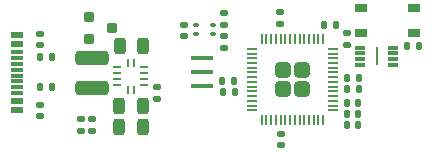
<source format=gbr>
%TF.GenerationSoftware,KiCad,Pcbnew,8.0.0-rc2-179-gceb8beb8c4*%
%TF.CreationDate,2024-02-16T13:12:57+01:00*%
%TF.ProjectId,CAT_MEP,4341545f-4d45-4502-9e6b-696361645f70,rev?*%
%TF.SameCoordinates,Original*%
%TF.FileFunction,Paste,Top*%
%TF.FilePolarity,Positive*%
%FSLAX46Y46*%
G04 Gerber Fmt 4.6, Leading zero omitted, Abs format (unit mm)*
G04 Created by KiCad (PCBNEW 8.0.0-rc2-179-gceb8beb8c4) date 2024-02-16 13:12:57*
%MOMM*%
%LPD*%
G01*
G04 APERTURE LIST*
G04 Aperture macros list*
%AMRoundRect*
0 Rectangle with rounded corners*
0 $1 Rounding radius*
0 $2 $3 $4 $5 $6 $7 $8 $9 X,Y pos of 4 corners*
0 Add a 4 corners polygon primitive as box body*
4,1,4,$2,$3,$4,$5,$6,$7,$8,$9,$2,$3,0*
0 Add four circle primitives for the rounded corners*
1,1,$1+$1,$2,$3*
1,1,$1+$1,$4,$5*
1,1,$1+$1,$6,$7*
1,1,$1+$1,$8,$9*
0 Add four rect primitives between the rounded corners*
20,1,$1+$1,$2,$3,$4,$5,0*
20,1,$1+$1,$4,$5,$6,$7,0*
20,1,$1+$1,$6,$7,$8,$9,0*
20,1,$1+$1,$8,$9,$2,$3,0*%
G04 Aperture macros list end*
%ADD10R,1.100000X0.600000*%
%ADD11R,1.100000X0.300000*%
%ADD12RoundRect,0.125000X0.175000X-0.125000X0.175000X0.125000X-0.175000X0.125000X-0.175000X-0.125000X0*%
%ADD13RoundRect,0.125000X0.125000X0.175000X-0.125000X0.175000X-0.125000X-0.175000X0.125000X-0.175000X0*%
%ADD14RoundRect,0.075000X0.175000X0.075000X-0.175000X0.075000X-0.175000X-0.075000X0.175000X-0.075000X0*%
%ADD15RoundRect,0.125000X-0.175000X0.125000X-0.175000X-0.125000X0.175000X-0.125000X0.175000X0.125000X0*%
%ADD16RoundRect,0.125000X-0.125000X-0.175000X0.125000X-0.175000X0.125000X0.175000X-0.125000X0.175000X0*%
%ADD17RoundRect,0.250000X-0.250000X-0.450000X0.250000X-0.450000X0.250000X0.450000X-0.250000X0.450000X0*%
%ADD18R,1.900000X0.400000*%
%ADD19RoundRect,0.300000X-1.100000X0.300000X-1.100000X-0.300000X1.100000X-0.300000X1.100000X0.300000X0*%
%ADD20RoundRect,0.200000X-0.250000X-0.200000X0.250000X-0.200000X0.250000X0.200000X-0.250000X0.200000X0*%
%ADD21RoundRect,0.062500X-0.237500X-0.062500X0.237500X-0.062500X0.237500X0.062500X-0.237500X0.062500X0*%
%ADD22RoundRect,0.062500X-0.062500X-0.237500X0.062500X-0.237500X0.062500X0.237500X-0.062500X0.237500X0*%
%ADD23R,0.900000X0.300000*%
%ADD24R,0.250000X1.650000*%
%ADD25RoundRect,0.249999X-0.395001X0.395001X-0.395001X-0.395001X0.395001X-0.395001X0.395001X0.395001X0*%
%ADD26RoundRect,0.050000X-0.050000X0.387500X-0.050000X-0.387500X0.050000X-0.387500X0.050000X0.387500X0*%
%ADD27RoundRect,0.050000X-0.387500X0.050000X-0.387500X-0.050000X0.387500X-0.050000X0.387500X0.050000X0*%
%ADD28R,1.000000X0.700000*%
G04 APERTURE END LIST*
D10*
%TO.C,J1*%
X107000000Y-48600000D03*
X107000000Y-55000000D03*
X107000000Y-49400000D03*
X107000000Y-54200000D03*
D11*
X107000000Y-50550000D03*
X107000000Y-51550000D03*
X107000000Y-52050000D03*
X107000000Y-53050000D03*
X107000000Y-53550000D03*
X107000000Y-52550000D03*
X107000000Y-51050000D03*
X107000000Y-50050000D03*
%TD*%
D12*
%TO.C,R4*%
X109000000Y-49500000D03*
X109000000Y-48500000D03*
%TD*%
D13*
%TO.C,C14*%
X125475000Y-53425000D03*
X124475000Y-53425000D03*
%TD*%
%TO.C,C9*%
X125410000Y-52520000D03*
X124410000Y-52520000D03*
%TD*%
D12*
%TO.C,R8*%
X124525000Y-49675000D03*
X124525000Y-48675000D03*
%TD*%
D14*
%TO.C,U4*%
X123575000Y-48525000D03*
X123575000Y-47725000D03*
X122175000Y-47725000D03*
X122175000Y-48525000D03*
%TD*%
D15*
%TO.C,C17*%
X121175000Y-47725000D03*
X121175000Y-48725000D03*
%TD*%
D16*
%TO.C,C12*%
X134930000Y-54350000D03*
X135930000Y-54350000D03*
%TD*%
D17*
%TO.C,C1*%
X115700000Y-49550000D03*
X117700000Y-49550000D03*
%TD*%
D16*
%TO.C,R1*%
X109000000Y-50500000D03*
X110000000Y-50500000D03*
%TD*%
D18*
%TO.C,Y1*%
X122650000Y-50570000D03*
X122650000Y-51770000D03*
X122650000Y-52970000D03*
%TD*%
D16*
%TO.C,C8*%
X134930000Y-55300000D03*
X135930000Y-55300000D03*
%TD*%
D19*
%TO.C,L1*%
X113350000Y-50600000D03*
X113350000Y-53100000D03*
%TD*%
D17*
%TO.C,C2*%
X115650000Y-54600000D03*
X117650000Y-54600000D03*
%TD*%
D15*
%TO.C,C7*%
X129351965Y-56962442D03*
X129351965Y-57962442D03*
%TD*%
%TO.C,R5*%
X113400000Y-55720000D03*
X113400000Y-56720000D03*
%TD*%
D20*
%TO.C,D1*%
X113100000Y-47050000D03*
X113100000Y-48950000D03*
X115100000Y-48000000D03*
%TD*%
D21*
%TO.C,U1*%
X115500000Y-51350000D03*
X115500000Y-51850000D03*
X115500000Y-52350000D03*
X115500000Y-52850000D03*
D22*
X116400000Y-53250000D03*
X116900000Y-53250000D03*
D21*
X117800000Y-52850000D03*
X117800000Y-52350000D03*
X117800000Y-51850000D03*
X117800000Y-51350000D03*
D22*
X116900000Y-50950000D03*
X116400000Y-50950000D03*
%TD*%
D12*
%TO.C,R6*%
X134925000Y-49475000D03*
X134925000Y-48475000D03*
%TD*%
D23*
%TO.C,U3*%
X136075000Y-49675000D03*
X136075000Y-50175000D03*
X136075000Y-50675000D03*
X136075000Y-51175000D03*
X138875000Y-51175000D03*
X138875000Y-50675000D03*
X138875000Y-50175000D03*
X138875000Y-49675000D03*
D24*
X137475000Y-50425000D03*
%TD*%
D15*
%TO.C,R3*%
X109000000Y-54500000D03*
X109000000Y-55500000D03*
%TD*%
%TO.C,R7*%
X124525000Y-46725000D03*
X124525000Y-47725000D03*
%TD*%
D16*
%TO.C,C11*%
X134930000Y-56250000D03*
X135930000Y-56250000D03*
%TD*%
%TO.C,R2*%
X109000000Y-53000000D03*
X110000000Y-53000000D03*
%TD*%
D15*
%TO.C,C4*%
X118850000Y-53050000D03*
X118850000Y-54050000D03*
%TD*%
D25*
%TO.C,U2*%
X131137500Y-51587500D03*
X129537500Y-51587500D03*
X131137500Y-53187500D03*
X129537500Y-53187500D03*
D26*
X132937500Y-48950000D03*
X132537500Y-48950000D03*
X132137500Y-48950000D03*
X131737500Y-48950000D03*
X131337500Y-48950000D03*
X130937500Y-48950000D03*
X130537500Y-48950000D03*
X130137500Y-48950000D03*
X129737500Y-48950000D03*
X129337500Y-48950000D03*
X128937500Y-48950000D03*
X128537500Y-48950000D03*
X128137500Y-48950000D03*
X127737500Y-48950000D03*
D27*
X126900000Y-49787500D03*
X126900000Y-50187500D03*
X126900000Y-50587500D03*
X126900000Y-50987500D03*
X126900000Y-51387500D03*
X126900000Y-51787500D03*
X126900000Y-52187500D03*
X126900000Y-52587500D03*
X126900000Y-52987500D03*
X126900000Y-53387500D03*
X126900000Y-53787500D03*
X126900000Y-54187500D03*
X126900000Y-54587500D03*
X126900000Y-54987500D03*
D26*
X127737500Y-55825000D03*
X128137500Y-55825000D03*
X128537500Y-55825000D03*
X128937500Y-55825000D03*
X129337500Y-55825000D03*
X129737500Y-55825000D03*
X130137500Y-55825000D03*
X130537500Y-55825000D03*
X130937500Y-55825000D03*
X131337500Y-55825000D03*
X131737500Y-55825000D03*
X132137500Y-55825000D03*
X132537500Y-55825000D03*
X132937500Y-55825000D03*
D27*
X133775000Y-54987500D03*
X133775000Y-54587500D03*
X133775000Y-54187500D03*
X133775000Y-53787500D03*
X133775000Y-53387500D03*
X133775000Y-52987500D03*
X133775000Y-52587500D03*
X133775000Y-52187500D03*
X133775000Y-51787500D03*
X133775000Y-51387500D03*
X133775000Y-50987500D03*
X133775000Y-50587500D03*
X133775000Y-50187500D03*
X133775000Y-49787500D03*
%TD*%
D17*
%TO.C,C3*%
X115650000Y-56400000D03*
X117650000Y-56400000D03*
%TD*%
D16*
%TO.C,C10*%
X134975000Y-53175000D03*
X135975000Y-53175000D03*
%TD*%
D28*
%TO.C,SW1*%
X136125000Y-46325000D03*
X140625000Y-46325000D03*
X136125000Y-48475000D03*
X140625000Y-48475000D03*
%TD*%
D16*
%TO.C,C16*%
X140075000Y-49525000D03*
X141075000Y-49525000D03*
%TD*%
%TO.C,C13*%
X134975000Y-52225000D03*
X135975000Y-52225000D03*
%TD*%
D12*
%TO.C,C5*%
X129250000Y-47700000D03*
X129250000Y-46700000D03*
%TD*%
D16*
%TO.C,C6*%
X133025000Y-47775000D03*
X134025000Y-47775000D03*
%TD*%
D12*
%TO.C,C15*%
X112450000Y-56720000D03*
X112450000Y-55720000D03*
%TD*%
M02*

</source>
